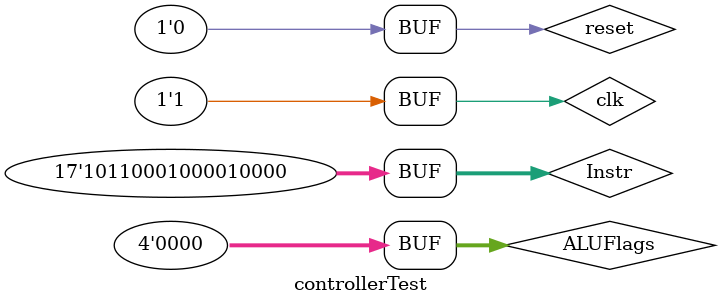
<source format=sv>

module controllerTest();

	logic clk,reset;
	logic [16:0] Instr;
	logic [3:0] ALUFlags; //NZCV
						
	logic [1:0] RegSrc; 
	logic RegWrite;
	logic [1:0] ImmSrc;
	logic ALUSrc;
	logic [1:0] ALUControl;
	logic MemWrite, MemtoReg;
	logic PCSrc;
	
	controller ctllr(clk, reset, Instr[16:11], Instr[7:4], ALUFlags, 
						  RegSrc, RegWrite, ImmSrc, ALUSrc, ALUControl, MemWrite, MemtoReg, PCSrc);


	
	//Creacion de un reloj
	always begin
		clk = 0; #5; clk=~clk; #5;
	end
		
	
	initial begin
	
		reset = 1; #1; reset = 0; #4; //Se resetea los registros que permiten o no la actualizacion de los flags.
		
		// >>>>>>>>>>>>>>>>>>>>>>>>>>>>>>>> EJEMPLO 1 <<<<<<<<<<<<<<<<<<<<<<<<<<<<<<<<<<<<<<<<<<
		
		ALUFlags = 0000; //Se dejarán las Flags en 0 pues se probará el CMP
				
		Instr = 17'b00_0_00_0010_0001_0011; #10; // SUM R1,R2,R3
		Instr = 17'b00_0_00_1110_0101_1001; #10; // MOV R7,R9 ; se usa Rn = 14 que vale 0 por defecto
		Instr = 17'b00_0_10_xxxx_0001_0101; #10; // COM R1,R7
		Instr = 17'b00_0_01_1100_1010_0010; #10; // RST R10,R12,#2
		
		// >>>>>>>>>>>>>>>>>>>>>>>>>>>>>>>> EJEMPLO 2 <<<<<<<<<<<<<<<<<<<<<<<<<<<<<<<<<<<<<<<<<<
		//												Instrucciones de memoria
		
		ALUFlags = 0000; //Se dejarán las Flags en 0 
				
		Instr = 17'b01_00_0_0010_0001_0000; #10; // GEM R1,0(R2)
		Instr = 17'b01_00_1_0111_1001_0100; #10; // CDM R7,4(R9)

		// >>>>>>>>>>>>>>>>>>>>>>>>>>>>>>>> EJEMPLO 3 <<<<<<<<<<<<<<<<<<<<<<<<<<<<<<<<<<<<<<<<<<
		//												Instrucciones de control
		// flags N y V son las de interés, seteadas en 0, 
		// así la condición SMAI se cumple y CondEx = 1, SMEI no se cumple entonces CondEx = 0

		ALUFlags = 0000; 
		Instr = 17'b10_1_101_01000010000; #10; // SMAI LABEL
		Instr = 17'b10_1_100_01000010000; #10; // SMEI LABEL 
		
		// >>>>>>>>>>>>>>>>>>>>>>>>>>>>>>>> EJEMPLO 2 <<<<<<<<<<<<<<<<<<<<<<<<<<<<<<<<<<<<<<<<<<
		//----------------------------------------- CASO 1-----------------------------------------
		//Supongamos que se hace un SUBS R5 R1,R2 (El cual setea los flags y es como el CMP R1,R2). 
		//Si R1 = 5 y R2 = 2 entonces el resultado de los flags es 0010. 
		/*
		Instr = 20'hE0515; #5;
		ALUFlags = 4'b0010; #5; // NZCV 
		*/
		
		//Posterior a esto se hace un BGT el cual si deberia de permitirse 
		/*
		Instr = 20'hCA000; #10;
		*/
		
		//------------------------------------------ CASO 2 ----------------------------------------
		//Supongamos que se hace un CMP R1,R2 (El cual setea los flags). 
		//Si R1 = 5 y R2 = 2 entonces el resultado de los flags es 0010. 
		/*
		Instr = 20'hE0515; #5;
		ALUFlags = 4'b0010; #5; // NZCV 
		*/
		
		//Posterior a esto se hace un BLT el cual no deberia de permitirse
		/*
		Instr = 20'hBA000; #10;
		*/
		
		// >>>>>>>>>>>>>>>>>>>>>>>>>>>>>>>>>>>>> EJEMPLO 3 <<<<<<<<<<<<<<<<<<<<<<<<<<<<<<<<<<<<<<<<<<<<<<
		/*
				SUB R0, R15, R15  ;E04F000F
				ADD R1, R0, #5    ;E2801005
				ADD R2, R0, #2    ;E2802002
				ADD R4, R0, #0x00 ;E2804000
				
				SUBS R9, R1,R2	   ;E0519002
				BLE R2ESMAYOR     ;DA000001
				SUB R3,R1, R2     ;E0413002
				B FIN		    		;EA000000
			R2ESMAYOR:
				ADD R3, R1, R2    ;E0813002
			FIN:
				STR R3, [R4]      ;E5843000
		*/
		
		/*
		Instr = 20'hE04F0; #10; // SUB R0, R15, R15 ; R0 = 0
		
		Instr = 20'hE2801; #10; // ADD R1, R0, #5 ; R1 = 5
		
		Instr = 20'hE2802; #10; // ADD R2, R0, #2 ; R2 = 2
		
		Instr = 20'hE2804; #10; // ADD R4, R0, #0x00
		
		Instr = 20'hE0519; #5;  // SUBS R9, R1,R2
		ALUFlags = 4'b0010; #5; // NZCV 
		
		Instr = 20'hDA000; #10;  // BLE R2ESMAYOR 
		
		Instr = 20'hE0413; #10;  // SUB R3,R1, R2   		
		Instr = 20'hEA000; #10;  // B FIN		   
		Instr = 20'hE0813; #10;  // ADD R3, R1, R2  
		Instr = 20'hE5843; #10;  // STR R3, [R4]   
		*/
		
		// >>>>>>>>>>>>>>>>>>>>>>>>>>>>>>>>>>>>> EJEMPLO 4 <<<<<<<<<<<<<<<<<<<<<<<<<<<<<<<<<<<<<<<<<<<<<<
		/*
				SUB R0, R15, R15  ;E04F000F
				ADD R1, R0, #2    ;E2801002
				ADD R2, R0, #5    ;E2802005
				ADD R4, R0, #0x00 ;E2804000
				
				SUBS R9, R1,R2	   ;E0519002
				BLE R2ESMAYOR     ;DA000001
				SUB R3,R1, R2     ;E0413002
				B FIN		    		;EA000000
			R2ESMAYOR:
				ADD R3, R1, R2    ;E0813002
			FIN:
				STR R3, [R4]      ;E5843000
		*/
			
		
		
	end
	
						  
endmodule
</source>
